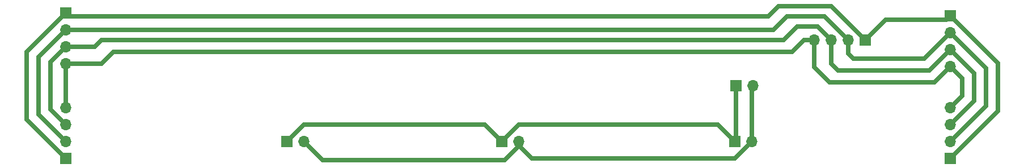
<source format=gtl>
G04 #@! TF.GenerationSoftware,KiCad,Pcbnew,(6.0.7)*
G04 #@! TF.CreationDate,2023-02-20T16:15:52-05:00*
G04 #@! TF.ProjectId,IR FANS LED board,49522046-414e-4532-904c-454420626f61,rev?*
G04 #@! TF.SameCoordinates,Original*
G04 #@! TF.FileFunction,Copper,L1,Top*
G04 #@! TF.FilePolarity,Positive*
%FSLAX46Y46*%
G04 Gerber Fmt 4.6, Leading zero omitted, Abs format (unit mm)*
G04 Created by KiCad (PCBNEW (6.0.7)) date 2023-02-20 16:15:52*
%MOMM*%
%LPD*%
G01*
G04 APERTURE LIST*
G04 #@! TA.AperFunction,ComponentPad*
%ADD10R,1.700000X1.700000*%
G04 #@! TD*
G04 #@! TA.AperFunction,ComponentPad*
%ADD11O,1.700000X1.700000*%
G04 #@! TD*
G04 #@! TA.AperFunction,Conductor*
%ADD12C,0.635000*%
G04 #@! TD*
G04 APERTURE END LIST*
D10*
G04 #@! TO.P,J4,1,Pin_1*
G04 #@! TO.N,/HV5*
X187960000Y-25400000D03*
D11*
G04 #@! TO.P,J4,2,Pin_2*
G04 #@! TO.N,/X*
X185420000Y-25400000D03*
G04 #@! TO.P,J4,3,Pin_3*
G04 #@! TO.N,/12V*
X182880000Y-25400000D03*
G04 #@! TO.P,J4,4,Pin_4*
G04 #@! TO.N,/GND*
X180340000Y-25400000D03*
G04 #@! TD*
D10*
G04 #@! TO.P,J3,1,Pin_1*
G04 #@! TO.N,/IR LED-*
X133700600Y-40640000D03*
D11*
G04 #@! TO.P,J3,2,Pin_2*
G04 #@! TO.N,/IR LED+*
X136240600Y-40640000D03*
G04 #@! TD*
D10*
G04 #@! TO.P,J8,1,Pin_1*
G04 #@! TO.N,/HV5*
X200660000Y-43180000D03*
D11*
G04 #@! TO.P,J8,2,Pin_2*
G04 #@! TO.N,/X*
X200660000Y-40640000D03*
G04 #@! TO.P,J8,3,Pin_3*
G04 #@! TO.N,/12V*
X200660000Y-38100000D03*
G04 #@! TO.P,J8,4,Pin_4*
G04 #@! TO.N,/GND*
X200660000Y-35560000D03*
G04 #@! TD*
D10*
G04 #@! TO.P,J5,1,Pin_1*
G04 #@! TO.N,/IR LED-*
X168498600Y-40640000D03*
D11*
G04 #@! TO.P,J5,2,Pin_2*
G04 #@! TO.N,/IR LED+*
X171038600Y-40640000D03*
G04 #@! TD*
D10*
G04 #@! TO.P,J9,1,Pin_1*
G04 #@! TO.N,/HV5*
X68580000Y-43180000D03*
D11*
G04 #@! TO.P,J9,2,Pin_2*
G04 #@! TO.N,/X*
X68580000Y-40640000D03*
G04 #@! TO.P,J9,3,Pin_3*
G04 #@! TO.N,/12V*
X68580000Y-38100000D03*
G04 #@! TO.P,J9,4,Pin_4*
G04 #@! TO.N,/GND*
X68580000Y-35560000D03*
G04 #@! TD*
D10*
G04 #@! TO.P,J7,1,Pin_1*
G04 #@! TO.N,/IR LED-*
X101600000Y-40640000D03*
D11*
G04 #@! TO.P,J7,2,Pin_2*
G04 #@! TO.N,/IR LED+*
X104140000Y-40640000D03*
G04 #@! TD*
D10*
G04 #@! TO.P,J2,1,Pin_1*
G04 #@! TO.N,/HV5*
X68580000Y-21336000D03*
D11*
G04 #@! TO.P,J2,2,Pin_2*
G04 #@! TO.N,/X*
X68580000Y-23876000D03*
G04 #@! TO.P,J2,3,Pin_3*
G04 #@! TO.N,/12V*
X68580000Y-26416000D03*
G04 #@! TO.P,J2,4,Pin_4*
G04 #@! TO.N,/GND*
X68580000Y-28956000D03*
G04 #@! TD*
D10*
G04 #@! TO.P,J1,1,Pin_1*
G04 #@! TO.N,/HV5*
X200660000Y-21803200D03*
D11*
G04 #@! TO.P,J1,2,Pin_2*
G04 #@! TO.N,/X*
X200660000Y-24343200D03*
G04 #@! TO.P,J1,3,Pin_3*
G04 #@! TO.N,/12V*
X200660000Y-26883200D03*
G04 #@! TO.P,J1,4,Pin_4*
G04 #@! TO.N,/GND*
X200660000Y-29423200D03*
G04 #@! TD*
D10*
G04 #@! TO.P,J6,1,Pin_1*
G04 #@! TO.N,/IR LED-*
X168656000Y-32258000D03*
D11*
G04 #@! TO.P,J6,2,Pin_2*
G04 #@! TO.N,/IR LED+*
X171196000Y-32258000D03*
G04 #@! TD*
D12*
G04 #@! TO.N,/HV5*
X175006000Y-20320000D02*
X173482000Y-21844000D01*
X68580000Y-43180000D02*
X62738000Y-37338000D01*
X187960000Y-25400000D02*
X182880000Y-20320000D01*
X173482000Y-21844000D02*
X69088000Y-21844000D01*
X182880000Y-20320000D02*
X175006000Y-20320000D01*
X187960000Y-25400000D02*
X191008000Y-22352000D01*
X200111200Y-22352000D02*
X200660000Y-21803200D01*
X200660000Y-21803200D02*
X207772000Y-28915200D01*
X191008000Y-22352000D02*
X200111200Y-22352000D01*
X207772000Y-36068000D02*
X200660000Y-43180000D01*
X62738000Y-37338000D02*
X62738000Y-27178000D01*
X62738000Y-27178000D02*
X68580000Y-21336000D01*
X207772000Y-28915200D02*
X207772000Y-36068000D01*
X69088000Y-21844000D02*
X68580000Y-21336000D01*
G04 #@! TO.N,/X*
X174244000Y-23876000D02*
X68580000Y-23876000D01*
X196809200Y-28194000D02*
X200660000Y-24343200D01*
X186182000Y-28194000D02*
X196809200Y-28194000D01*
X64516000Y-27940000D02*
X64516000Y-36576000D01*
X68580000Y-23876000D02*
X64516000Y-27940000D01*
X181864000Y-21844000D02*
X176276000Y-21844000D01*
X185420000Y-27432000D02*
X186182000Y-28194000D01*
X176276000Y-21844000D02*
X174244000Y-23876000D01*
X205994000Y-35306000D02*
X200660000Y-40640000D01*
X64516000Y-36576000D02*
X68580000Y-40640000D01*
X205994000Y-29677200D02*
X205994000Y-35306000D01*
X200660000Y-24343200D02*
X205994000Y-29677200D01*
X185420000Y-25400000D02*
X181864000Y-21844000D01*
X185420000Y-25400000D02*
X185420000Y-27432000D01*
G04 #@! TO.N,/12V*
X66294000Y-28702000D02*
X66294000Y-35814000D01*
X72898000Y-26416000D02*
X73914000Y-25400000D01*
X68580000Y-26416000D02*
X66294000Y-28702000D01*
X200660000Y-26883200D02*
X204216000Y-30439200D01*
X182880000Y-28956000D02*
X183896000Y-29972000D01*
X204216000Y-30439200D02*
X204216000Y-34544000D01*
X204216000Y-34544000D02*
X200660000Y-38100000D01*
X197571200Y-29972000D02*
X200660000Y-26883200D01*
X175768000Y-25400000D02*
X177800000Y-23368000D01*
X66294000Y-35814000D02*
X68580000Y-38100000D01*
X183896000Y-29972000D02*
X197571200Y-29972000D01*
X182880000Y-25400000D02*
X182880000Y-28956000D01*
X73914000Y-25400000D02*
X175768000Y-25400000D01*
X180848000Y-23368000D02*
X182880000Y-25400000D01*
X68580000Y-26416000D02*
X72898000Y-26416000D01*
X177800000Y-23368000D02*
X180848000Y-23368000D01*
G04 #@! TO.N,/GND*
X202438000Y-33782000D02*
X200660000Y-35560000D01*
X180340000Y-25400000D02*
X178816000Y-25400000D01*
X177038000Y-27178000D02*
X75692000Y-27178000D01*
X202438000Y-31201200D02*
X202438000Y-33782000D01*
X182626000Y-31750000D02*
X198333200Y-31750000D01*
X178816000Y-25400000D02*
X177038000Y-27178000D01*
X200660000Y-29423200D02*
X202438000Y-31201200D01*
X68580000Y-28956000D02*
X68580000Y-35560000D01*
X198333200Y-31750000D02*
X200660000Y-29423200D01*
X180340000Y-29464000D02*
X182626000Y-31750000D01*
X180340000Y-25400000D02*
X180340000Y-29464000D01*
X75692000Y-27178000D02*
X73914000Y-28956000D01*
X73914000Y-28956000D02*
X68580000Y-28956000D01*
G04 #@! TO.N,/IR LED-*
X168656000Y-32258000D02*
X168656000Y-40482600D01*
X168656000Y-40482600D02*
X168498600Y-40640000D01*
X131160600Y-38100000D02*
X104140000Y-38100000D01*
X133700600Y-40640000D02*
X131160600Y-38100000D01*
X168498600Y-40640000D02*
X165958600Y-38100000D01*
X165958600Y-38100000D02*
X136240600Y-38100000D01*
X104140000Y-38100000D02*
X101600000Y-40640000D01*
X136240600Y-38100000D02*
X133700600Y-40640000D01*
G04 #@! TO.N,/IR LED+*
X171038600Y-40640000D02*
X168498600Y-43180000D01*
X171196000Y-32258000D02*
X171038600Y-32415400D01*
X106934000Y-43434000D02*
X104140000Y-40640000D01*
X168498600Y-43180000D02*
X138176000Y-43180000D01*
X136240600Y-41305400D02*
X134112000Y-43434000D01*
X138176000Y-43180000D02*
X136240600Y-41244600D01*
X136240600Y-40640000D02*
X136240600Y-41305400D01*
X134112000Y-43434000D02*
X106934000Y-43434000D01*
X136240600Y-41244600D02*
X136240600Y-40640000D01*
X171038600Y-32415400D02*
X171038600Y-40640000D01*
G04 #@! TD*
M02*

</source>
